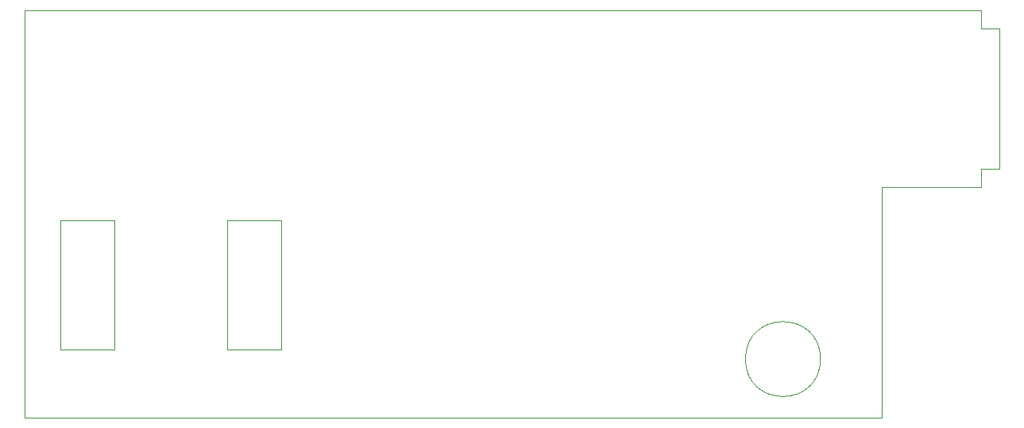
<source format=gm1>
G04 #@! TF.GenerationSoftware,KiCad,Pcbnew,5.0.1+dfsg1-3*
G04 #@! TF.CreationDate,2018-11-24T15:47:24+02:00*
G04 #@! TF.ProjectId,cps2_digiav,637073325F6469676961762E6B696361,rev?*
G04 #@! TF.SameCoordinates,Original*
G04 #@! TF.FileFunction,Profile,NP*
%FSLAX46Y46*%
G04 Gerber Fmt 4.6, Leading zero omitted, Abs format (unit mm)*
G04 Created by KiCad (PCBNEW 5.0.1+dfsg1-3) date 2018-11-24T15:47:24 EET*
%MOMM*%
%LPD*%
G01*
G04 APERTURE LIST*
%ADD10C,0.100000*%
G04 APERTURE END LIST*
D10*
X142500000Y-45711000D02*
X144500000Y-45711000D01*
X142500000Y-47633000D02*
X142500000Y-45711000D01*
X142500000Y-30711000D02*
X144500000Y-30711000D01*
X142500000Y-28778000D02*
X142500000Y-30711000D01*
X44360000Y-65050000D02*
X44360000Y-51260000D01*
X50150000Y-65050000D02*
X44360000Y-65050000D01*
X50150000Y-51260000D02*
X50150000Y-65050000D01*
X44360000Y-51260000D02*
X50150000Y-51260000D01*
X67930000Y-65050000D02*
X62140000Y-65050000D01*
X67930000Y-51260000D02*
X67930000Y-65050000D01*
X62140000Y-51260000D02*
X62140000Y-65050000D01*
X67930000Y-51260000D02*
X62140000Y-51260000D01*
X131953000Y-72263000D02*
X40616000Y-72263000D01*
X40616000Y-28778000D02*
X40616000Y-72263000D01*
X125412000Y-66040000D02*
G75*
G03X125412000Y-66040000I-4000000J0D01*
G01*
X131953000Y-47633000D02*
X131953000Y-72263000D01*
X142500000Y-47633000D02*
X131953000Y-47633000D01*
X144500000Y-30711000D02*
X144500000Y-45711000D01*
X40616000Y-28778000D02*
X142500000Y-28778000D01*
M02*

</source>
